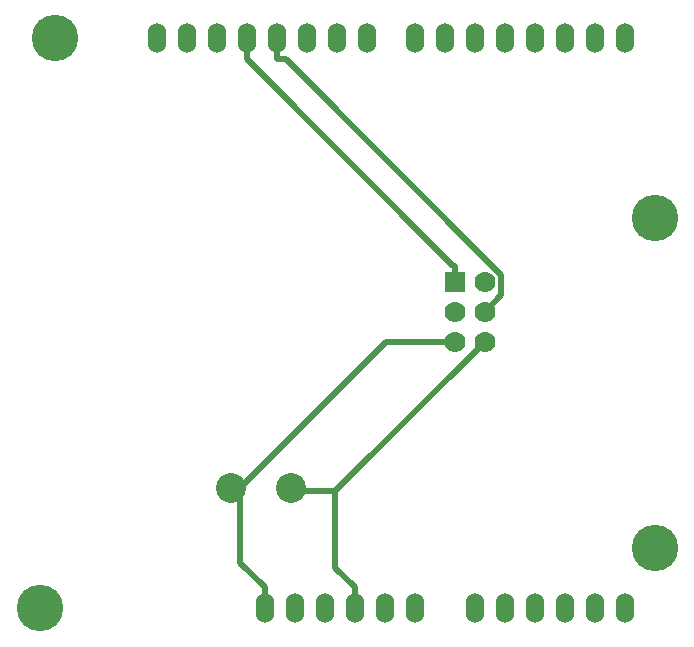
<source format=gbl>
G04 (created by PCBNEW (2013-jul-07)-stable) date Thu 03 Sep 2015 05:45:47 PM PDT*
%MOIN*%
G04 Gerber Fmt 3.4, Leading zero omitted, Abs format*
%FSLAX34Y34*%
G01*
G70*
G90*
G04 APERTURE LIST*
%ADD10C,0.00590551*%
%ADD11C,0.1*%
%ADD12O,0.06X0.1*%
%ADD13C,0.155*%
%ADD14R,0.07X0.07*%
%ADD15C,0.07*%
%ADD16C,0.02*%
G04 APERTURE END LIST*
G54D10*
G54D11*
X55500Y-47225D03*
X57500Y-47225D03*
G54D12*
X68625Y-51250D03*
X67625Y-51250D03*
X66625Y-51250D03*
X63625Y-51250D03*
X64625Y-51250D03*
X65625Y-51250D03*
X61625Y-51250D03*
X60625Y-51250D03*
X59625Y-51250D03*
X57625Y-51250D03*
X56625Y-51250D03*
X68625Y-32250D03*
X67625Y-32250D03*
X66625Y-32250D03*
X65625Y-32250D03*
X64625Y-32250D03*
X63625Y-32250D03*
X62625Y-32250D03*
X61625Y-32250D03*
X60025Y-32250D03*
X59025Y-32250D03*
X58025Y-32250D03*
X57025Y-32250D03*
X56025Y-32250D03*
X55025Y-32250D03*
X54025Y-32250D03*
X53025Y-32250D03*
X58625Y-51250D03*
G54D13*
X69625Y-49250D03*
X69625Y-38250D03*
X49625Y-32250D03*
X49125Y-51250D03*
G54D14*
X62950Y-40374D03*
G54D15*
X63950Y-40374D03*
X62950Y-41374D03*
X63950Y-41374D03*
X62950Y-42374D03*
X63950Y-42374D03*
G54D16*
X57624Y-47349D02*
X57500Y-47225D01*
X58975Y-47349D02*
X57624Y-47349D01*
X63950Y-42374D02*
X58975Y-47349D01*
X58975Y-49899D02*
X59625Y-50549D01*
X58975Y-47349D02*
X58975Y-49899D01*
X59625Y-51250D02*
X59625Y-50549D01*
X62899Y-39824D02*
X56025Y-32950D01*
X62950Y-39824D02*
X62899Y-39824D01*
X56025Y-32250D02*
X56025Y-32950D01*
X62950Y-40374D02*
X62950Y-39824D01*
X57324Y-32950D02*
X57025Y-32950D01*
X64505Y-40130D02*
X57324Y-32950D01*
X64505Y-40819D02*
X64505Y-40130D01*
X63950Y-41374D02*
X64505Y-40819D01*
X57025Y-32250D02*
X57025Y-32950D01*
X56625Y-51250D02*
X56625Y-50549D01*
X55805Y-47225D02*
X55500Y-47225D01*
X60655Y-42374D02*
X55805Y-47225D01*
X62950Y-42374D02*
X60655Y-42374D01*
X55805Y-49730D02*
X56625Y-50549D01*
X55805Y-47225D02*
X55805Y-49730D01*
M02*

</source>
